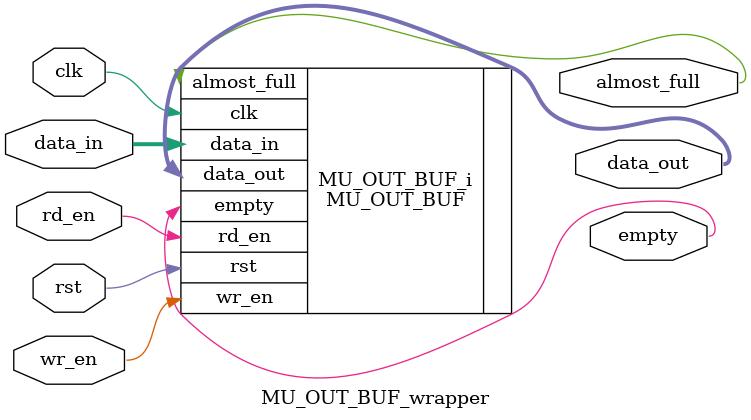
<source format=v>
`timescale 1 ps / 1 ps

module MU_OUT_BUF_wrapper
   (almost_full,
    clk,
    data_in,
    data_out,
    empty,
    rd_en,
    rst,
    wr_en);
  output almost_full;
  input clk;
  input [169:0]data_in;
  output [169:0]data_out;
  output empty;
  input rd_en;
  input rst;
  input wr_en;

  wire almost_full;
  wire clk;
  wire [169:0]data_in;
  wire [169:0]data_out;
  wire empty;
  wire rd_en;
  wire rst;
  wire wr_en;

  MU_OUT_BUF MU_OUT_BUF_i
       (.almost_full(almost_full),
        .clk(clk),
        .data_in(data_in),
        .data_out(data_out),
        .empty(empty),
        .rd_en(rd_en),
        .rst(rst),
        .wr_en(wr_en));
endmodule

</source>
